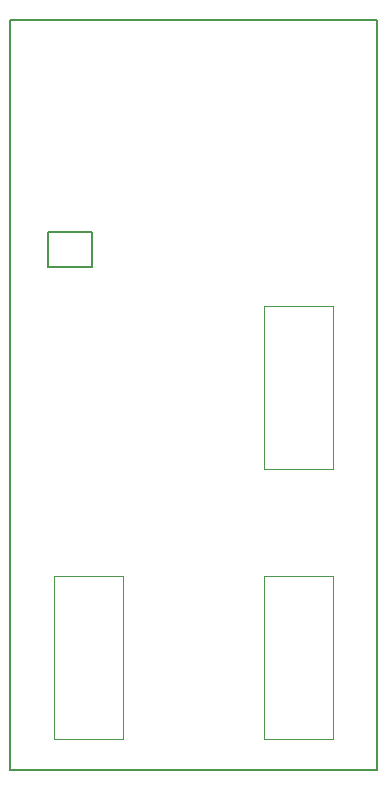
<source format=gbr>
G04 #@! TF.GenerationSoftware,KiCad,Pcbnew,5.1.2+dfsg1-1*
G04 #@! TF.CreationDate,2019-07-23T12:53:29+03:00*
G04 #@! TF.ProjectId,cps1_adapter,63707331-5f61-4646-9170-7465722e6b69,rev?*
G04 #@! TF.SameCoordinates,Original*
G04 #@! TF.FileFunction,Profile,NP*
%FSLAX46Y46*%
G04 Gerber Fmt 4.6, Leading zero omitted, Abs format (unit mm)*
G04 Created by KiCad (PCBNEW 5.1.2+dfsg1-1) date 2019-07-23 12:53:29*
%MOMM*%
%LPD*%
G04 APERTURE LIST*
%ADD10C,0.150000*%
%ADD11C,0.100000*%
G04 APERTURE END LIST*
D10*
X43790000Y-52000000D02*
X43790000Y-49040000D01*
X47590000Y-52000000D02*
X43790000Y-52000000D01*
X47590000Y-49040000D02*
X47590000Y-52000000D01*
X43790000Y-49040000D02*
X47590000Y-49040000D01*
D11*
X62140000Y-69120000D02*
X62140000Y-55320000D01*
X67930000Y-69120000D02*
X62140000Y-69120000D01*
X67930000Y-55320000D02*
X67930000Y-69120000D01*
X62140000Y-55320000D02*
X67930000Y-55320000D01*
X62140000Y-91980000D02*
X62140000Y-78180000D01*
X67940000Y-91980000D02*
X62140000Y-91980000D01*
X67940000Y-78180000D02*
X67940000Y-91980000D01*
X62140000Y-78180000D02*
X67940000Y-78180000D01*
X44360000Y-91980000D02*
X44360000Y-78180000D01*
X50150000Y-91980000D02*
X44360000Y-91980000D01*
X50150000Y-78180000D02*
X50150000Y-91980000D01*
X44360000Y-78180000D02*
X50150000Y-78180000D01*
D10*
X40616000Y-31060000D02*
X71690000Y-31060000D01*
X40616000Y-94600000D02*
X40616000Y-31060000D01*
X71690000Y-94600000D02*
X40616000Y-94600000D01*
X71690000Y-31060000D02*
X71690000Y-94600000D01*
M02*

</source>
